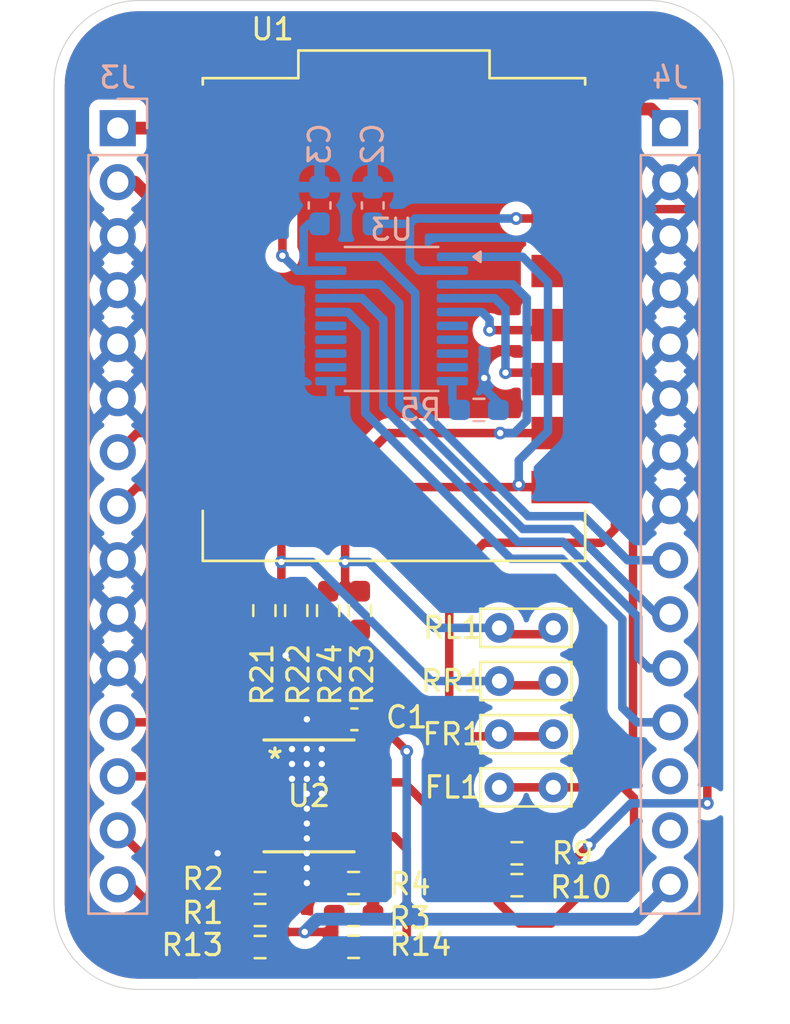
<source format=kicad_pcb>
(kicad_pcb (version 20241229) (generator "pcbnew") (generator_version "9.0")
  (layers (0 "F.Cu" signal) (2 "B.Cu" signal) (13 "F.Paste" user) (15 "B.Paste" user) (5 "F.SilkS" user "F.Silkscreen") (7 "B.SilkS" user "B.Silkscreen") (1 "F.Mask" user) (3 "B.Mask" user) (25 "Edge.Cuts" user))
  (net 0 "")
  (net 1 "+12V")
  (net 2 "GND")
  (net 3 "/WS_FL")
  (net 4 "/WS_FL_Signal")
  (net 5 "/WS_FR")
  (net 6 "/WS_FR_Signal")
  (net 7 "/WS_RL")
  (net 8 "+5V")
  (net 9 "/WS_RR")
  (net 10 "Net-(U2A--)")
  (net 11 "Net-(U2B--)")
  (net 12 "+3.3V")
  (net 13 "/WS_RR_Signal")
  (net 14 "/WS_RL_Signal")
  (net 16 "/RX")
  (net 17 "/TX")
  (net 21 "/SDA")
  (net 25 "/SCL")
  (net 26 "/WS_RL_Signal_5V")
  (net 27 "/WS_FL_Signal_5V")
  (net 28 "/WS_FR_Signal_5V")
  (net 29 "/WS_RR_Signal_5V")
  (net 30 "Net-(U3-OE)")
  (footprint "LM393:SO8_STM" (layer "F.Cu") (at 111 139.4)
    (property "Reference" "U2" (at 0 0 0) (layer "F.SilkS"))
    (property "Value" "LM393")
    (fp_text user "*" (at -1.6 -1.7 0) (layer "F.SilkS"))
    (fp_text user "*" (at -1.6 -1.7 0) (layer "F.SilkS"))
    (pad "1" smd rect (at -2.72415 -1.905) (size 1.4605 0.5334) (layers "F.Cu" "F.Mask" "F.Paste") (net 6 "/WS_FR_Signal"))
    (pad "2" smd rect (at -2.72415 -0.635) (size 1.4605 0.5334) (layers "F.Cu" "F.Mask" "F.Paste") (net 10 "Net-(U2A--)"))
    (pad "3" smd rect (at -2.72415 0.635) (size 1.4605 0.5334) (layers "F.Cu" "F.Mask" "F.Paste") (net 5 "/WS_FR"))
    (pad "4" smd rect (at -2.72415 1.905) (size 1.4605 0.5334) (layers "F.Cu" "F.Mask" "F.Paste") (net 2 "GND"))
    (pad "5" smd rect (at 2.72415 1.905) (size 1.4605 0.5334) (layers "F.Cu" "F.Mask" "F.Paste") (net 3 "/WS_FL"))
    (pad "6" smd rect (at 2.72415 0.635) (size 1.4605 0.5334) (layers "F.Cu" "F.Mask" "F.Paste") (net 11 "Net-(U2B--)"))
    (pad "7" smd rect (at 2.72415 -0.635) (size 1.4605 0.5334) (layers "F.Cu" "F.Mask" "F.Paste") (net 4 "/WS_FL_Signal"))
    (pad "8" smd rect (at 2.72415 -1.905) (size 1.4605 0.5334) (layers "F.Cu" "F.Mask" "F.Paste") (net 1 "+12V"))
  )
  (footprint "Resistor_SMD:R_0603_1608Metric_Pad0.98x0.95mm_HandSolder" (layer "F.Cu") (at 108.9 130.6875 -90)
    (property "Reference" "R21" (at 3.0125 0.1 270) (layer "F.SilkS"))
    (property "Value" "220K")
    (pad "1" smd roundrect (at -0.9125 0 270) (size 0.975 0.95) (layers "F.Cu" "F.Mask" "F.Paste") (net 13 "/WS_RR_Signal"))
    (pad "2" smd roundrect (at 0.9125 0 270) (size 0.975 0.95) (layers "F.Cu" "F.Mask" "F.Paste") (net 9 "/WS_RR"))
  )
  (footprint "TestPoint:TestPoint_Bridge_Pitch2.54mm_Drill0.7mm" (layer "F.Cu") (at 119.96 136.5)
    (property "Reference" "FR1" (at -2.21 0 0) (layer "F.SilkS"))
    (property "Value" "TestPoint")
    (pad "1" thru_hole circle (at 0 0) (size 1.4 1.4) (drill 0.7) (layers "*.Cu" "*.Mask") (net 6 "/WS_FR_Signal"))
    (pad "1" thru_hole circle (at 2.54 0) (size 1.4 1.4) (drill 0.7) (layers "*.Cu" "*.Mask") (net 6 "/WS_FR_Signal"))
  )
  (footprint "Resistor_SMD:R_0603_1608Metric_Pad0.98x0.95mm_HandSolder" (layer "F.Cu") (at 111.9 130.6875 90)
    (property "Reference" "R24" (at -3.0125 0.1 90) (layer "F.SilkS"))
    (property "Value" "680K")
    (pad "1" smd roundrect (at -0.9125 0 90) (size 0.975 0.95) (layers "F.Cu" "F.Mask" "F.Paste") (net 2 "GND"))
    (pad "2" smd roundrect (at 0.9125 0 90) (size 0.975 0.95) (layers "F.Cu" "F.Mask" "F.Paste") (net 14 "/WS_RL_Signal"))
  )
  (footprint "TestPoint:TestPoint_Bridge_Pitch2.54mm_Drill0.7mm" (layer "F.Cu") (at 119.96 131.5)
    (property "Reference" "RL1" (at -2.21 0 0) (layer "F.SilkS"))
    (property "Value" "TestPoint")
    (pad "1" thru_hole circle (at 0 0) (size 1.4 1.4) (drill 0.7) (layers "*.Cu" "*.Mask") (net 14 "/WS_RL_Signal"))
    (pad "1" thru_hole circle (at 2.54 0) (size 1.4 1.4) (drill 0.7) (layers "*.Cu" "*.Mask") (net 14 "/WS_RL_Signal"))
  )
  (footprint "Resistor_SMD:R_0603_1608Metric_Pad0.98x0.95mm_HandSolder" (layer "F.Cu") (at 113.1 143.5 180)
    (property "Reference" "R4" (at -2.65 -0.05 0) (layer "F.SilkS"))
    (property "Value" "20K")
    (pad "1" smd roundrect (at -0.9125 0 180) (size 0.975 0.95) (layers "F.Cu" "F.Mask" "F.Paste") (net 11 "Net-(U2B--)"))
    (pad "2" smd roundrect (at 0.9125 0 180) (size 0.975 0.95) (layers "F.Cu" "F.Mask" "F.Paste") (net 2 "GND"))
  )
  (footprint "Resistor_SMD:R_0603_1608Metric_Pad0.98x0.95mm_HandSolder" (layer "F.Cu") (at 120.7875 143.6 180)
    (property "Reference" "R10" (at -3.0125 -0.1 0) (layer "F.SilkS"))
    (property "Value" "1K")
    (pad "1" smd roundrect (at -0.9125 0 180) (size 0.975 0.95) (layers "F.Cu" "F.Mask" "F.Paste") (net 12 "+3.3V"))
    (pad "2" smd roundrect (at 0.9125 0 180) (size 0.975 0.95) (layers "F.Cu" "F.Mask" "F.Paste") (net 4 "/WS_FL_Signal"))
  )
  (footprint "Resistor_SMD:R_0603_1608Metric_Pad0.98x0.95mm_HandSolder" (layer "F.Cu") (at 108.6975 146.51 180)
    (property "Reference" "R13" (at 3.1875 0.1 0) (layer "F.SilkS"))
    (property "Value" "400")
    (pad "1" smd roundrect (at -0.9125 0 180) (size 0.975 0.95) (layers "F.Cu" "F.Mask" "F.Paste") (net 1 "+12V"))
    (pad "2" smd roundrect (at 0.9125 0 180) (size 0.975 0.95) (layers "F.Cu" "F.Mask" "F.Paste") (net 5 "/WS_FR"))
  )
  (footprint "Resistor_SMD:R_0603_1608Metric_Pad0.98x0.95mm_HandSolder" (layer "F.Cu") (at 108.6975 143.5)
    (property "Reference" "R2" (at -2.6875 -0.2 0) (layer "F.SilkS"))
    (property "Value" "22K")
    (pad "1" smd roundrect (at -0.9125 0) (size 0.975 0.95) (layers "F.Cu" "F.Mask" "F.Paste") (net 10 "Net-(U2A--)"))
    (pad "2" smd roundrect (at 0.9125 0) (size 0.975 0.95) (layers "F.Cu" "F.Mask" "F.Paste") (net 2 "GND"))
  )
  (footprint "Capacitor_SMD:C_0603_1608Metric_Pad1.08x0.95mm_HandSolder" (layer "F.Cu") (at 113.1375 135.8 180)
    (property "Reference" "C1" (at -2.4625 0.1 0) (layer "F.SilkS"))
    (property "Value" "C_Small")
    (pad "1" smd roundrect (at -0.8625 0 180) (size 1.075 0.95) (layers "F.Cu" "F.Mask" "F.Paste") (net 1 "+12V"))
    (pad "2" smd roundrect (at 0.8625 0 180) (size 1.075 0.95) (layers "F.Cu" "F.Mask" "F.Paste") (net 2 "GND"))
  )
  (footprint "Resistor_SMD:R_0603_1608Metric_Pad0.98x0.95mm_HandSolder" (layer "F.Cu") (at 108.7 145 180)
    (property "Reference" "R1" (at 2.7 0.1 0) (layer "F.SilkS"))
    (property "Value" "10K")
    (pad "1" smd roundrect (at -0.9125 0 180) (size 0.975 0.95) (layers "F.Cu" "F.Mask" "F.Paste") (net 1 "+12V"))
    (pad "2" smd roundrect (at 0.9125 0 180) (size 0.975 0.95) (layers "F.Cu" "F.Mask" "F.Paste") (net 10 "Net-(U2A--)"))
  )
  (footprint "TestPoint:TestPoint_Bridge_Pitch2.54mm_Drill0.7mm" (layer "F.Cu") (at 119.96 134)
    (property "Reference" "RR1" (at -2.21 0 0) (layer "F.SilkS"))
    (property "Value" "TestPoint")
    (pad "1" thru_hole circle (at 0 0) (size 1.4 1.4) (drill 0.7) (layers "*.Cu" "*.Mask") (net 13 "/WS_RR_Signal"))
    (pad "1" thru_hole circle (at 2.54 0) (size 1.4 1.4) (drill 0.7) (layers "*.Cu" "*.Mask") (net 13 "/WS_RR_Signal"))
  )
  (footprint "TestPoint:TestPoint_Bridge_Pitch2.54mm_Drill0.7mm" (layer "F.Cu") (at 119.96 139)
    (property "Reference" "FL1" (at -2.21 0 0) (layer "F.SilkS"))
    (property "Value" "TestPoint")
    (pad "1" thru_hole circle (at 0 0) (size 1.4 1.4) (drill 0.7) (layers "*.Cu" "*.Mask") (net 4 "/WS_FL_Signal"))
    (pad "1" thru_hole circle (at 2.54 0) (size 1.4 1.4) (drill 0.7) (layers "*.Cu" "*.Mask") (net 4 "/WS_FL_Signal"))
  )
  (footprint "Resistor_SMD:R_0603_1608Metric_Pad0.98x0.95mm_HandSolder" (layer "F.Cu") (at 120.7875 142.1 180)
    (property "Reference" "R9" (at -2.6125 0 0) (layer "F.SilkS"))
    (property "Value" "1K")
    (pad "1" smd roundrect (at -0.9125 0 180) (size 0.975 0.95) (layers "F.Cu" "F.Mask" "F.Paste") (net 12 "+3.3V"))
    (pad "2" smd roundrect (at 0.9125 0 180) (size 0.975 0.95) (layers "F.Cu" "F.Mask" "F.Paste") (net 6 "/WS_FR_Signal"))
  )
  (footprint "Resistor_SMD:R_0603_1608Metric_Pad0.98x0.95mm_HandSolder" (layer "F.Cu") (at 113.1 145)
    (property "Reference" "R3" (at 2.65 0.15 0) (layer "F.SilkS"))
    (property "Value" "10K")
    (pad "1" smd roundrect (at -0.9125 0) (size 0.975 0.95) (layers "F.Cu" "F.Mask" "F.Paste") (net 1 "+12V"))
    (pad "2" smd roundrect (at 0.9125 0) (size 0.975 0.95) (layers "F.Cu" "F.Mask" "F.Paste") (net 11 "Net-(U2B--)"))
  )
  (footprint "Resistor_SMD:R_0603_1608Metric_Pad0.98x0.95mm_HandSolder" (layer "F.Cu") (at 110.4 130.6875 90)
    (property "Reference" "R22" (at -3.0125 0.1 90) (layer "F.SilkS"))
    (property "Value" "680K")
    (pad "1" smd roundrect (at -0.9125 0 90) (size 0.975 0.95) (layers "F.Cu" "F.Mask" "F.Paste") (net 2 "GND"))
    (pad "2" smd roundrect (at 0.9125 0 90) (size 0.975 0.95) (layers "F.Cu" "F.Mask" "F.Paste") (net 13 "/WS_RR_Signal"))
  )
  (footprint "ESP32 SUpermini SMD:MODULE_ESP32-C3_SUPERMINI" (layer "F.Cu") (at 115 117)
    (property "Reference" "U1" (at -5.715 -13.6525 0) (layer "F.SilkS"))
    (property "Value" "ESP32-C3_SUPERMINI_TH")
    (pad "0" smd rect (at 7.985 7.88) (size 3.025 1.524) (layers "F.Cu" "F.Mask" "F.Paste") (net 14 "/WS_RL_Signal"))
    (pad "1" smd rect (at 7.985 5.34) (size 3.025 1.524) (layers "F.Cu" "F.Mask" "F.Paste") (net 13 "/WS_RR_Signal"))
    (pad "2" smd rect (at 7.985 2.8) (size 3.025 1.524) (layers "F.Cu" "F.Mask" "F.Paste") (net 6 "/WS_FR_Signal"))
    (pad "3" smd rect (at 7.985 0.26) (size 3.025 1.524) (layers "F.Cu" "F.Mask" "F.Paste") (net 4 "/WS_FL_Signal"))
    (pad "3.3" smd rect (at 7.985 -4.82) (size 3.025 1.524) (layers "F.Cu" "F.Mask" "F.Paste") (net 12 "+3.3V"))
    (pad "4" smd rect (at 7.985 -2.28) (size 3.025 1.524) (layers "F.Cu" "F.Mask" "F.Paste"))
    (pad "5" smd rect (at -7.985 -9.9) (size 3.025 1.524) (layers "F.Cu" "F.Mask" "F.Paste"))
    (pad "5V" smd rect (at 7.985 -9.9) (size 3.025 1.524) (layers "F.Cu" "F.Mask" "F.Paste") (net 8 "+5V"))
    (pad "6" smd rect (at -7.985 -7.36) (size 3.025 1.524) (layers "F.Cu" "F.Mask" "F.Paste"))
    (pad "7" smd rect (at -7.985 -4.82) (size 3.025 1.524) (layers "F.Cu" "F.Mask" "F.Paste"))
    (pad "8" smd rect (at -7.985 -2.28) (size 3.025 1.524) (layers "F.Cu" "F.Mask" "F.Paste") (net 21 "/SDA"))
    (pad "9" smd rect (at -7.985 0.26) (size 3.025 1.524) (layers "F.Cu" "F.Mask" "F.Paste") (net 25 "/SCL"))
    (pad "10" smd rect (at -7.985 2.8) (size 3.025 1.524) (layers "F.Cu" "F.Mask" "F.Paste"))
    (pad "20" smd rect (at -7.985 5.34) (size 3.025 1.524) (layers "F.Cu" "F.Mask" "F.Paste") (net 16 "/RX"))
    (pad "21" smd rect (at -7.985 7.88) (size 3.025 1.524) (layers "F.Cu" "F.Mask" "F.Paste") (net 17 "/TX"))
    (pad "G" smd rect (at 7.985 -7.36) (size 3.025 1.524) (layers "F.Cu" "F.Mask" "F.Paste") (net 2 "GND"))
  )
  (footprint "Resistor_SMD:R_0603_1608Metric_Pad0.98x0.95mm_HandSolder" (layer "F.Cu") (at 113.4 130.6875 -90)
    (property "Reference" "R23" (at 3.0125 -0.1 90) (layer "F.SilkS"))
    (property "Value" "220K")
    (pad "1" smd roundrect (at -0.9125 0 270) (size 0.975 0.95) (layers "F.Cu" "F.Mask" "F.Paste") (net 14 "/WS_RL_Signal"))
    (pad "2" smd roundrect (at 0.9125 0 270) (size 0.975 0.95) (layers "F.Cu" "F.Mask" "F.Paste") (net 7 "/WS_RL"))
  )
  (footprint "Resistor_SMD:R_0603_1608Metric_Pad0.98x0.95mm_HandSolder" (layer "F.Cu") (at 113.1 146.5)
    (property "Reference" "R14" (at 3.15 -0.1 0) (layer "F.SilkS"))
    (property "Value" "400")
    (pad "1" smd roundrect (at -0.9125 0) (size 0.975 0.95) (layers "F.Cu" "F.Mask" "F.Paste") (net 1 "+12V"))
    (pad "2" smd roundrect (at 0.9125 0) (size 0.975 0.95) (layers "F.Cu" "F.Mask" "F.Paste") (net 3 "/WS_FL"))
  )
  (footprint "Capacitor_SMD:C_0603_1608Metric_Pad1.08x0.95mm_HandSolder" (layer "B.Cu") (at 111.5 111.6375 -90)
    (property "Reference" "C3" (at -2.8875 0 90) (layer "B.SilkS") (effects (justify mirror)))
    (property "Value" "0.1uF")
    (pad "1" smd roundrect (at -0.8625 0 270) (size 1.075 0.95) (layers "B.Cu" "B.Mask" "B.Paste") (net 2 "GND"))
    (pad "2" smd roundrect (at 0.8625 0 270) (size 1.075 0.95) (layers "B.Cu" "B.Mask" "B.Paste") (net 8 "+5V"))
  )
  (footprint "Connector_PinHeader_2.54mm:PinHeader_1x15_P2.54mm_Vertical" (layer "B.Cu") (at 128 108 180)
    (property "Reference" "J4" (at 0 2.38 0) (layer "B.SilkS") (effects (justify mirror)))
    (property "Value" "Conn_01x15_Pin")
    (pad "1" thru_hole rect (at 0 0 180) (size 1.7 1.7) (drill 1) (layers "*.Cu" "*.Mask") (net 8 "+5V"))
    (pad "2" thru_hole circle (at 0 -2.54 180) (size 1.7 1.7) (drill 1) (layers "*.Cu" "*.Mask") (net 2 "GND"))
    (pad "3" thru_hole circle (at 0 -5.08 180) (size 1.7 1.7) (drill 1) (layers "*.Cu" "*.Mask") (net 2 "GND"))
    (pad "4" thru_hole circle (at 0 -7.62 180) (size 1.7 1.7) (drill 1) (layers "*.Cu" "*.Mask") (net 2 "GND"))
    (pad "5" thru_hole circle (at 0 -10.16 180) (size 1.7 1.7) (drill 1) (layers "*.Cu" "*.Mask") (net 2 "GND"))
    (pad "6" thru_hole circle (at 0 -12.7 180) (size 1.7 1.7) (drill 1) (layers "*.Cu" "*.Mask") (net 2 "GND"))
    (pad "7" thru_hole circle (at 0 -15.24 180) (size 1.7 1.7) (drill 1) (layers "*.Cu" "*.Mask") (net 2 "GND"))
    (pad "8" thru_hole circle (at 0 -17.78 180) (size 1.7 1.7) (drill 1) (layers "*.Cu" "*.Mask") (net 2 "GND"))
    (pad "9" thru_hole circle (at 0 -20.32 180) (size 1.7 1.7) (drill 1) (layers "*.Cu" "*.Mask") (net 26 "/WS_RL_Signal_5V"))
    (pad "10" thru_hole circle (at 0 -22.86 180) (size 1.7 1.7) (drill 1) (layers "*.Cu" "*.Mask") (net 29 "/WS_RR_Signal_5V"))
    (pad "11" thru_hole circle (at 0 -25.4 180) (size 1.7 1.7) (drill 1) (layers "*.Cu" "*.Mask") (net 28 "/WS_FR_Signal_5V"))
    (pad "12" thru_hole circle (at 0 -27.94 180) (size 1.7 1.7) (drill 1) (layers "*.Cu" "*.Mask") (net 27 "/WS_FL_Signal_5V"))
    (pad "13" thru_hole circle (at 0 -30.48 180) (size 1.7 1.7) (drill 1) (layers "*.Cu" "*.Mask"))
    (pad "14" thru_hole circle (at 0 -33.02 180) (size 1.7 1.7) (drill 1) (layers "*.Cu" "*.Mask"))
    (pad "15" thru_hole circle (at 0 -35.56 180) (size 1.7 1.7) (drill 1) (layers "*.Cu" "*.Mask") (net 1 "+12V"))
  )
  (footprint "Resistor_SMD:R_0603_1608Metric_Pad0.98x0.95mm_HandSolder" (layer "B.Cu") (at 119 121.25 180)
    (property "Reference" "R5" (at 2.75 0 0) (layer "B.SilkS") (effects (justify mirror)))
    (property "Value" "10K")
    (pad "1" smd roundrect (at -0.9125 0 180) (size 0.975 0.95) (layers "B.Cu" "B.Mask" "B.Paste") (net 2 "GND"))
    (pad "2" smd roundrect (at 0.9125 0 180) (size 0.975 0.95) (layers "B.Cu" "B.Mask" "B.Paste") (net 30 "Net-(U3-OE)"))
  )
  (footprint "Connector_PinHeader_2.54mm:PinHeader_1x15_P2.54mm_Vertical" (layer "B.Cu") (at 102 108 180)
    (property "Reference" "J3" (at 0 2.38 0) (layer "B.SilkS") (effects (justify mirror)))
    (property "Value" "Conn_01x15_Pin")
    (pad "1" thru_hole rect (at 0 0 180) (size 1.7 1.7) (drill 1) (layers "*.Cu" "*.Mask") (net 21 "/SDA"))
    (pad "2" thru_hole circle (at 0 -2.54 180) (size 1.7 1.7) (drill 1) (layers "*.Cu" "*.Mask") (net 25 "/SCL"))
    (pad "3" thru_hole circle (at 0 -5.08 180) (size 1.7 1.7) (drill 1) (layers "*.Cu" "*.Mask") (net 2 "GND"))
    (pad "4" thru_hole circle (at 0 -7.62 180) (size 1.7 1.7) (drill 1) (layers "*.Cu" "*.Mask") (net 2 "GND"))
    (pad "5" thru_hole circle (at 0 -10.16 180) (size 1.7 1.7) (drill 1) (layers "*.Cu" "*.Mask") (net 2 "GND"))
    (pad "6" thru_hole circle (at 0 -12.7 180) (size 1.7 1.7) (drill 1) (layers "*.Cu" "*.Mask") (net 2 "GND"))
    (pad "7" thru_hole circle (at 0 -15.24 180) (size 1.7 1.7) (drill 1) (layers "*.Cu" "*.Mask") (net 16 "/RX"))
    (pad "8" thru_hole circle (at 0 -17.78 180) (size 1.7 1.7) (drill 1) (layers "*.Cu" "*.Mask") (net 17 "/TX"))
    (pad "9" thru_hole circle (at 0 -20.32 180) (size 1.7 1.7) (drill 1) (layers "*.Cu" "*.Mask") (net 2 "GND"))
    (pad "10" thru_hole circle (at 0 -22.86 180) (size 1.7 1.7) (drill 1) (layers "*.Cu" "*.Mask") (net 2 "GND"))
    (pad "11" thru_hole circle (at 0 -25.4 180) (size 1.7 1.7) (drill 1) (layers "*.Cu" "*.Mask") (net 2 "GND"))
    (pad "12" thru_hole circle (at 0 -27.94 180) (size 1.7 1.7) (drill 1) (layers "*.Cu" "*.Mask") (net 9 "/WS_RR"))
    (pad "13" thru_hole circle (at 0 -30.48 180) (size 1.7 1.7) (drill 1) (layers "*.Cu" "*.Mask") (net 7 "/WS_RL"))
    (pad "14" thru_hole circle (at 0 -33.02 180) (size 1.7 1.7) (drill 1) (layers "*.Cu" "*.Mask") (net 5 "/WS_FR"))
    (pad "15" thru_hole circle (at 0 -35.56 180) (size 1.7 1.7) (drill 1) (layers "*.Cu" "*.Mask") (net 3 "/WS_FL"))
  )
  (footprint "Package_SO:TSSOP-20_4.4x6.5mm_P0.65mm" (layer "B.Cu") (at 114.8875 116.975 180)
    (property "Reference" "U3" (at 0 4.2 0) (layer "B.SilkS") (effects (justify mirror)))
    (property "Value" "TXS0108EPW")
    (pad "1" smd roundrect (at -2.8625 2.925 180) (size 1.475 0.4) (layers "B.Cu" "B.Mask" "B.Paste") (net 14 "/WS_RL_Signal"))
    (pad "2" smd roundrect (at -2.8625 2.275 180) (size 1.475 0.4) (layers "B.Cu" "B.Mask" "B.Paste") (net 12 "+3.3V"))
    (pad "3" smd roundrect (at -2.8625 1.625 180) (size 1.475 0.4) (layers "B.Cu" "B.Mask" "B.Paste") (net 13 "/WS_RR_Signal"))
    (pad "4" smd roundrect (at -2.8625 0.975 180) (size 1.475 0.4) (layers "B.Cu" "B.Mask" "B.Paste") (net 6 "/WS_FR_Signal"))
    (pad "5" smd roundrect (at -2.8625 0.325 180) (size 1.475 0.4) (layers "B.Cu" "B.Mask" "B.Paste") (net 4 "/WS_FL_Signal"))
    (pad "6" smd roundrect (at -2.8625 -0.325 180) (size 1.475 0.4) (layers "B.Cu" "B.Mask" "B.Paste"))
    (pad "7" smd roundrect (at -2.8625 -0.975 180) (size 1.475 0.4) (layers "B.Cu" "B.Mask" "B.Paste"))
    (pad "8" smd roundrect (at -2.8625 -1.625 180) (size 1.475 0.4) (layers "B.Cu" "B.Mask" "B.Paste"))
    (pad "9" smd roundrect (at -2.8625 -2.275 180) (size 1.475 0.4) (layers "B.Cu" "B.Mask" "B.Paste"))
    (pad "10" smd roundrect (at -2.8625 -2.925 180) (size 1.475 0.4) (layers "B.Cu" "B.Mask" "B.Paste") (net 30 "Net-(U3-OE)"))
    (pad "11" smd roundrect (at 2.8625 -2.925 180) (size 1.475 0.4) (layers "B.Cu" "B.Mask" "B.Paste") (net 2 "GND"))
    (pad "12" smd roundrect (at 2.8625 -2.275 180) (size 1.475 0.4) (layers "B.Cu" "B.Mask" "B.Paste"))
    (pad "13" smd roundrect (at 2.8625 -1.625 180) (size 1.475 0.4) (layers "B.Cu" "B.Mask" "B.Paste"))
    (pad "14" smd roundrect (at 2.8625 -0.975 180) (size 1.475 0.4) (layers "B.Cu" "B.Mask" "B.Paste"))
    (pad "15" smd roundrect (at 2.8625 -0.325 180) (size 1.475 0.4) (layers "B.Cu" "B.Mask" "B.Paste"))
    (pad "16" smd roundrect (at 2.8625 0.325 180) (size 1.475 0.4) (layers "B.Cu" "B.Mask" "B.Paste") (net 27 "/WS_FL_Signal_5V"))
    (pad "17" smd roundrect (at 2.8625 0.975 180) (size 1.475 0.4) (layers "B.Cu" "B.Mask" "B.Paste") (net 28 "/WS_FR_Signal_5V"))
    (pad "18" smd roundrect (at 2.8625 1.625 180) (size 1.475 0.4) (layers "B.Cu" "B.Mask" "B.Paste") (net 29 "/WS_RR_Signal_5V"))
    (pad "19" smd roundrect (at 2.8625 2.275 180) (size 1.475 0.4) (layers "B.Cu" "B.Mask" "B.Paste") (net 8 "+5V"))
    (pad "20" smd roundrect (at 2.8625 2.925 180) (size 1.475 0.4) (layers "B.Cu" "B.Mask" "B.Paste") (net 26 "/WS_RL_Signal_5V"))
  )
  (footprint "Capacitor_SMD:C_0603_1608Metric_Pad1.08x0.95mm_HandSolder" (layer "B.Cu") (at 114 111.6375 -90)
    (property "Reference" "C2" (at -2.8875 0 90) (layer "B.SilkS") (effects (justify mirror)))
    (property "Value" "0.1uF")
    (pad "1" smd roundrect (at -0.8625 0 270) (size 1.075 0.95) (layers "B.Cu" "B.Mask" "B.Paste") (net 2 "GND"))
    (pad "2" smd roundrect (at 0.8625 0 270) (size 1.075 0.95) (layers "B.Cu" "B.Mask" "B.Paste") (net 12 "+3.3V"))
  )
  (gr_line (start 99 106) (end 99 144.5) (stroke (width 0.05)) (layer "Edge.Cuts"))
  (gr_line (start 131 144.5) (end 131 106) (stroke (width 0.05)) (layer "Edge.Cuts"))
  (gr_arc (start 127 102) (mid 129.828427 103.171573) (end 131 106) (stroke (width 0.05)) (layer "Edge.Cuts"))
  (gr_arc (start 131 144.5) (mid 129.828427 147.328427) (end 127 148.5) (stroke (width 0.05)) (layer "Edge.Cuts"))
  (gr_line (start 127 102) (end 103 102) (stroke (width 0.05)) (layer "Edge.Cuts"))
  (gr_line (start 103 148.5) (end 127 148.5) (stroke (width 0.05)) (layer "Edge.Cuts"))
  (gr_arc (start 99 106) (mid 100.171573 103.171573) (end 103 102) (stroke (width 0.05)) (layer "Edge.Cuts"))
  (gr_arc (start 103 148.5) (mid 100.171573 147.328427) (end 99 144.5) (stroke (width 0.05)) (layer "Edge.Cuts"))
  (segment (start 111.7 145.8) (end 110.8 145.8) (width 0.4) (layer "F.Cu") (net 1))
  (segment (start 111.8 145.8) (end 111.7 145.8) (width 0.4) (layer "F.Cu") (net 1))
  (segment (start 114 135.8) (end 114 136.7) (width 0.4) (layer "F.Cu") (net 1))
  (segment (start 112.1875 145.8) (end 111.8 145.8) (width 0.4) (layer "F.Cu") (net 1))
  (segment (start 112.1875 146.5) (end 112.1875 146.2875) (width 0.4) (layer "F.Cu") (net 1))
  (segment (start 112.1875 145.8) (end 112.1875 146.5) (width 0.4) (layer "F.Cu") (net 1))
  (segment (start 109.6125 146.0875) (end 109.6 146.1) (width 0.4) (layer "F.Cu") (net 1))
  (segment (start 112.1875 146.2875) (end 111.7 145.8) (width 0.4) (layer "F.Cu") (net 1))
  (segment (start 114 137.21915) (end 113.72415 137.495) (width 0.4) (layer "F.Cu") (net 1))
  (segment (start 112.1875 145) (end 112.1875 145.8) (width 0.4) (layer "F.Cu") (net 1))
  (segment (start 109.6125 145.4125) (end 110 145.8) (width 0.4) (layer "F.Cu") (net 1))
  (segment (start 109.6125 146.5075) (end 109.61 146.51) (width 0.4) (layer "F.Cu") (net 1))
  (segment (start 113.72415 137.495) (end 114.4 136.81915) (width 0.4) (layer "F.Cu") (net 1))
  (segment (start 112.1875 145.4125) (end 111.8 145.8) (width 0.4) (layer "F.Cu") (net 1))
  (segment (start 109.6125 145.8) (end 109.6125 146.5075) (width 0.4) (layer "F.Cu") (net 1))
  (segment (start 112.1875 145) (end 112.1875 145.4125) (width 0.4) (layer "F.Cu") (net 1))
  (segment (start 115 136.7) (end 115.6 137.3) (width 0.4) (layer "F.Cu") (net 1))
  (segment (start 114 136.7) (end 114.4 136.7) (width 0.4) (layer "F.Cu") (net 1))
  (segment (start 114 136.3) (end 114.4 136.7) (width 0.4) (layer "F.Cu") (net 1))
  (segment (start 114.4 136.81915) (end 114.4 136.7) (width 0.4) (layer "F.Cu") (net 1))
  (segment (start 114.4 136.7) (end 115 136.7) (width 0.4) (layer "F.Cu") (net 1))
  (segment (start 109.61 146.51) (end 109.61 146.19) (width 0.4) (layer "F.Cu") (net 1))
  (segment (start 109.6125 145) (end 109.6125 145.4125) (width 0.4) (layer "F.Cu") (net 1))
  (segment (start 109.61 146.19) (end 110 145.8) (width 0.4) (layer "F.Cu") (net 1))
  (segment (start 110.8 145.8) (end 110 145.8) (width 0.4) (layer "F.Cu") (net 1))
  (segment (start 114 136.7) (end 114 137.21915) (width 0.4) (layer "F.Cu") (net 1))
  (segment (start 114 135.8) (end 114 136.3) (width 0.4) (layer "F.Cu") (net 1))
  (segment (start 109.6125 145) (end 109.6125 145.8) (width 0.4) (layer "F.Cu") (net 1))
  (segment (start 110 145.8) (end 109.6125 145.8) (width 0.4) (layer "F.Cu") (net 1))
  (via (at 115.6 137.3) (size 0.6) (drill 0.3) (layers "F.Cu" "B.Cu") (net 1))
  (via (at 110.8 145.8) (size 0.6) (drill 0.3) (layers "F.Cu" "B.Cu") (net 1))
  (segment (start 116.1 145.2) (end 115.4 145.2) (width 0.6) (layer "B.Cu") (net 1))
  (segment (start 115.4 145.2) (end 114.6 145.2) (width 0.6) (layer "B.Cu") (net 1))
  (segment (start 114.6 145.2) (end 111.4 145.2) (width 0.6) (layer "B.Cu") (net 1))
  (segment (start 116.1 145.2) (end 116.1 145.1) (width 0.6) (layer "B.Cu") (net 1))
  (segment (start 115 145.2) (end 115.6 144.6) (width 0.6) (layer "B.Cu") (net 1))
  (segment (start 126.36 145.2) (end 116.1 145.2) (width 0.6) (layer "B.Cu") (net 1))
  (segment (start 128 143.56) (end 126.36 145.2) (width 0.6) (layer "B.Cu") (net 1))
  (segment (start 115.6 137.3) (end 115.6 144.6) (width 0.4) (layer "B.Cu") (net 1))
  (segment (start 115.6 144.6) (end 115.6 145) (width 0.4) (layer "B.Cu") (net 1))
  (segment (start 116.1 145.1) (end 115.6 144.6) (width 0.6) (layer "B.Cu") (net 1))
  (segment (start 115.6 145) (end 115.4 145.2) (width 0.4) (layer "B.Cu") (net 1))
  (segment (start 114.6 145.2) (end 115 145.2) (width 0.6) (layer "B.Cu") (net 1))
  (segment (start 111.4 145.2) (end 110.8 145.8) (width 0.6) (layer "B.Cu") (net 1))
  (segment (start 109.61 143.5) (end 110.9 143.5) (width 0.4) (layer "F.Cu") (net 2))
  (segment (start 110.4 132.3) (end 109.9 132.8) (width 0.4) (layer "F.Cu") (net 2))
  (segment (start 106.9 142.1) (end 107.695 141.305) (width 0.4) (layer "F.Cu") (net 2))
  (segment (start 106.7 142.1) (end 106.9 142.1) (width 0.4) (layer "F.Cu") (net 2))
  (segment (start 110.4 131.6) (end 110.4 132.3) (width 0.4) (layer "F.Cu") (net 2))
  (segment (start 110.4 131.6) (end 111.9 131.6) (width 0.4) (layer "F.Cu") (net 2))
  (segment (start 112.275 135.8) (end 110.9 135.8) (width 0.4) (layer "F.Cu") (net 2))
  (segment (start 112.1875 143.5) (end 110.9 143.5) (width 0.4) (layer "F.Cu") (net 2))
  (segment (start 107.695 141.305) (end 108.27585 141.305) (width 0.4) (layer "F.Cu") (net 2))
  (via (at 119.25 119.75) (size 0.6) (drill 0.3) (layers "F.Cu" "B.Cu") (net 2))
  (via (at 110.9 140.7) (size 0.6) (drill 0.3) (layers "F.Cu" "B.Cu") (net 2))
  (via (at 110.9 137.9) (size 0.6) (drill 0.3) (layers "F.Cu" "B.Cu") (net 2))
  (via (at 110.9 141.4) (size 0.6) (drill 0.3) (layers "F.Cu" "B.Cu") (net 2))
  (via (at 110.2 138.6) (size 0.6) (drill 0.3) (layers "F.Cu" "B.Cu") (net 2))
  (via (at 110.9 142.1) (size 0.6) (drill 0.3) (layers "F.Cu" "B.Cu") (net 2))
  (via (at 110.9 138.6) (size 0.6) (drill 0.3) (layers "F.Cu" "B.Cu") (net 2))
  (via (at 110.9 135.8) (size 0.6) (drill 0.3) (layers "F.Cu" "B.Cu") (net 2))
  (via (at 110.9 139.3) (size 0.6) (drill 0.3) (layers "F.Cu" "B.Cu") (net 2))
  (via (at 111.6 139.3) (size 0.6) (drill 0.3) (layers "F.Cu" "B.Cu") (net 2))
  (via (at 111.6 138.6) (size 0.6) (drill 0.3) (layers "F.Cu" "B.Cu") (net 2))
  (via (at 110.2 137.9) (size 0.6) (drill 0.3) (layers "F.Cu" "B.Cu") (net 2))
  (via (at 110.9 140) (size 0.6) (drill 0.3) (layers "F.Cu" "B.Cu") (net 2))
  (via (at 111.6 137.9) (size 0.6) (drill 0.3) (layers "F.Cu" "B.Cu") (net 2))
  (via (at 110.9 142.8) (size 0.6) (drill 0.3) (layers "F.Cu" "B.Cu") (net 2))
  (via (at 111.6 137.2) (size 0.6) (drill 0.3) (layers "F.Cu" "B.Cu") (net 2))
  (via (at 110.9 143.5) (size 0.6) (drill 0.3) (layers "F.Cu" "B.Cu") (net 2))
  (via (at 106.7 142.1) (size 0.6) (drill 0.3) (layers "F.Cu" "B.Cu") (net 2))
  (via (at 109.9 132.8) (size 0.6) (drill 0.3) (layers "F.Cu" "B.Cu") (net 2))
  (via (at 110.9 137.2) (size 0.6) (drill 0.3) (layers "F.Cu" "B.Cu") (net 2))
  (via (at 110.2 137.2) (size 0.6) (drill 0.3) (layers "F.Cu" "B.Cu") (net 2))
  (segment (start 119.9125 120.9125) (end 119.9125 121.25) (width 0.4) (layer "B.Cu") (net 2))
  (segment (start 119.25 120.25) (end 119.9125 120.9125) (width 0.4) (layer "B.Cu") (net 2))
  (segment (start 119.25 119.75) (end 119.25 120.25) (width 0.4) (layer "B.Cu") (net 2))
  (segment (start 102 143.56) (end 102.56 143.56) (width 0.4) (layer "F.Cu") (net 3))
  (segment (start 114.1 147.75) (end 114.45 147.75) (width 0.4) (layer "F.Cu") (net 3))
  (segment (start 114.75 147.75) (end 115.6 146.9) (width 0.4) (layer "F.Cu") (net 3))
  (segment (start 102.56 143.56) (end 106.75 147.75) (width 0.4) (layer "F.Cu") (net 3))
  (segment (start 114.0125 147.6625) (end 114.1 147.75) (width 0.4) (layer "F.Cu") (net 3))
  (segment (start 114.3625 147.75) (end 114.0125 147.4) (width 0.4) (layer "F.Cu") (net 3))
  (segment (start 114.45 147.75) (end 114.3625 147.75) (width 0.4) (layer "F.Cu") (net 3))
  (segment (start 115.6 141.9) (end 115.005 141.305) (width 0.4) (layer "F.Cu") (net 3))
  (segment (start 115.6 146.9) (end 115.6 141.9) (width 0.4) (layer "F.Cu") (net 3))
  (segment (start 115.005 141.305) (end 113.72415 141.305) (width 0.4) (layer "F.Cu") (net 3))
  (segment (start 114.0125 146.5) (end 114.0125 147.4) (width 0.4) (layer "F.Cu") (net 3))
  (segment (start 106.75 147.75) (end 113.3 147.75) (width 0.4) (layer "F.Cu") (net 3))
  (segment (start 114.45 147.75) (end 114.75 147.75) (width 0.4) (layer "F.Cu") (net 3))
  (segment (start 114.0125 147.4) (end 114.0125 147.6625) (width 0.4) (layer "F.Cu") (net 3))
  (segment (start 113.3 147.75) (end 113.6625 147.75) (width 0.4) (layer "F.Cu") (net 3))
  (segment (start 113.3 147.75) (end 114.1 147.75) (width 0.4) (layer "F.Cu") (net 3))
  (segment (start 113.6625 147.75) (end 114.0125 147.4) (width 0.4) (layer "F.Cu") (net 3))
  (segment (start 119.875 143.6) (end 119.875 144.375) (width 0.4) (layer "F.Cu") (net 4))
  (segment (start 122.745 117.5) (end 122.985 117.26) (width 0.4) (layer "F.Cu") (net 4))
  (segment (start 119.5 117.5) (end 122.745 117.5) (width 0.4) (layer "F.Cu") (net 4))
  (segment (start 116.5 142.3) (end 116.5 139.8) (width 0.4) (layer "F.Cu") (net 4))
  (segment (start 126.25 138.75) (end 126.25 118.95) (width 0.4) (layer "F.Cu") (net 4))
  (segment (start 119.76 139) (end 125.5 139) (width 0.4) (layer "F.Cu") (net 4))
  (segment (start 115.465 138.765) (end 113.72415 138.765) (width 0.4) (layer "F.Cu") (net 4))
  (segment (start 122.4 145.4) (end 126.3 141.5) (width 0.4) (layer "F.Cu") (net 4))
  (segment (start 125.8 139) (end 125.9 139.1) (width 0.4) (layer "F.Cu") (net 4))
  (segment (start 117.8 143.6) (end 116.5 142.3) (width 0.4) (layer "F.Cu") (net 4))
  (segment (start 125.9 139.1) (end 126.25 138.75) (width 0.4) (layer "F.Cu") (net 4))
  (segment (start 126.25 118.95) (end 124.56 117.26) (width 0.4) (layer "F.Cu") (net 4))
  (segment (start 124.56 117.26) (end 122.985 117.26) (width 0.4) (layer "F.Cu") (net 4))
  (segment (start 119.875 144.375) (end 120.9 145.4) (width 0.4) (layer "F.Cu") (net 4))
  (segment (start 116.5 139.8) (end 115.465 138.765) (width 0.4) (layer "F.Cu") (net 4))
  (segment (start 125.9 139.1) (end 126.3 139.5) (width 0.4) (layer "F.Cu") (net 4))
  (segment (start 117.8 143.6) (end 119.875 143.6) (width 0.4) (layer "F.Cu") (net 4))
  (segment (start 120.9 145.4) (end 122.4 145.4) (width 0.4) (layer "F.Cu") (net 4))
  (segment (start 125.5 139) (end 125.8 139) (width 0.4) (layer "F.Cu") (net 4))
  (segment (start 126.3 141.5) (end 126.3 139.5) (width 0.4) (layer "F.Cu") (net 4))
  (via (at 119.5 117.5) (size 0.6) (drill 0.3) (layers "F.Cu" "B.Cu") (net 4))
  (segment (start 119.5 117.5) (end 119.5 117) (width 0.4) (layer "B.Cu") (net 4))
  (segment (start 119.5 117) (end 119.15 116.65) (width 0.4) (layer "B.Cu") (net 4))
  (segment (start 119.15 116.65) (end 117.75 116.65) (width 0.4) (layer "B.Cu") (net 4))
  (segment (start 105.8 145) (end 107.31 146.51) (width 0.4) (layer "F.Cu") (net 5))
  (segment (start 108.27585 140.035) (end 107.265 140.035) (width 0.4) (layer "F.Cu") (net 5))
  (segment (start 105.8 142.9) (end 105.8 145) (width 0.4) (layer "F.Cu") (net 5))
  (segment (start 107.31 146.51) (end 107.785 146.51) (width 0.4) (layer "F.Cu") (net 5))
  (segment (start 105.8 142) (end 105.8 142.5) (width 0.4) (layer "F.Cu") (net 5))
  (segment (start 105.8 142.5) (end 105.8 142.9) (width 0.4) (layer "F.Cu") (net 5))
  (segment (start 103.48 142.5) (end 105.4 142.5) (width 0.4) (layer "F.Cu") (net 5))
  (segment (start 105.8 142) (end 105.8 142.1) (width 0.4) (layer "F.Cu") (net 5))
  (segment (start 102 141.02) (end 103.48 142.5) (width 0.4) (layer "F.Cu") (net 5))
  (segment (start 107.265 140.035) (end 105.8 141.5) (width 0.4) (layer "F.Cu") (net 5))
  (segment (start 105.8 142.1) (end 105.4 142.5) (width 0.4) (layer "F.Cu") (net 5))
  (segment (start 105.8 141.5) (end 105.8 142) (width 0.4) (layer "F.Cu") (net 5))
  (segment (start 105.8 142.9) (end 105.4 142.5) (width 0.4) (layer "F.Cu") (net 5))
  (segment (start 105.4 142.5) (end 105.8 142.5) (width 0.4) (layer "F.Cu") (net 5))
  (segment (start 125.399 126.851) (end 125.399 121.499) (width 0.4) (layer "F.Cu") (net 6))
  (segment (start 125.399 121.499) (end 123.7 119.8) (width 0.4) (layer "F.Cu") (net 6))
  (segment (start 118 136.6) (end 117.6 137) (width 0.4) (layer "F.Cu") (net 6))
  (segment (start 124.75 127.5) (end 125.399 126.851) (width 0.4) (layer "F.Cu") (net 6))
  (segment (start 117.6 137) (end 117.6 139.825) (width 0.4) (layer "F.Cu") (net 6))
  (segment (start 123.7 119.8) (end 122.985 119.8) (width 0.4) (layer "F.Cu") (net 6))
  (segment (start 117.6 136.6) (end 117.6 129.15) (width 0.4) (layer "F.Cu") (net 6))
  (segment (start 117.1 136.6) (end 117.6 136.6) (width 0.4) (layer "F.Cu") (net 6))
  (segment (start 110.40415 134.7) (end 115.2 134.7) (width 0.4) (layer "F.Cu") (net 6))
  (segment (start 108.27585 137.495) (end 108.27585 136.8283) (width 0.4) (layer "F.Cu") (net 6))
  (segment (start 117.6 139.825) (end 119.875 142.1) (width 0.4) (layer "F.Cu") (net 6))
  (segment (start 119.25 127.5) (end 124.75 127.5) (width 0.4) (layer "F.Cu") (net 6))
  (segment (start 115.2 134.7) (end 117.1 136.6) (width 0.4) (layer "F.Cu") (net 6))
  (segment (start 122.685 119.5) (end 122.985 119.8) (width 0.4) (layer "F.Cu") (net 6))
  (segment (start 117.6 136.6) (end 118.2 136.6) (width 0.4) (layer "F.Cu") (net 6))
  (segment (start 108.27585 136.8283) (end 110.40415 134.7) (width 0.4) (layer "F.Cu") (net 6))
  (segment (start 117.6 136.6) (end 117.6 137) (width 0.4) (layer "F.Cu") (net 6))
  (segment (start 117.1 136.6) (end 117.5 137) (width 0.4) (layer "F.Cu") (net 6))
  (segment (start 117.6 129.15) (end 119.25 127.5) (width 0.4) (layer "F.Cu") (net 6))
  (segment (start 118.2 136.6) (end 122.8 136.6) (width 0.4) (layer "F.Cu") (net 6))
  (segment (start 117.5 137) (end 117.6 137) (width 0.4) (layer "F.Cu") (net 6))
  (segment (start 120.25 119.5) (end 122.685 119.5) (width 0.4) (layer "F.Cu") (net 6))
  (segment (start 118.2 136.6) (end 118 136.6) (width 0.4) (layer "F.Cu") (net 6))
  (via (at 120.25 119.5) (size 0.6) (drill 0.3) (layers "F.Cu" "B.Cu") (net 6))
  (segment (start 119.75 116) (end 120.25 116.5) (width 0.4) (layer "B.Cu") (net 6))
  (segment (start 117.75 116) (end 119.75 116) (width 0.4) (layer "B.Cu") (net 6))
  (segment (start 120.25 116.5) (end 120.25 119.5) (width 0.4) (layer "B.Cu") (net 6))
  (segment (start 112.2125 133.6) (end 109.1 133.6) (width 0.4) (layer "F.Cu") (net 7))
  (segment (start 104.22 138.48) (end 102 138.48) (width 0.4) (layer "F.Cu") (net 7))
  (segment (start 109.1 133.6) (end 104.22 138.48) (width 0.4) (layer "F.Cu") (net 7))
  (segment (start 113.4 131.6) (end 113.4 132.4125) (width 0.4) (layer "F.Cu") (net 7))
  (segment (start 113.4 132.4125) (end 112.2125 133.6) (width 0.4) (layer "F.Cu") (net 7))
  (segment (start 128 108) (end 127.1 107.1) (width 0.6) (layer "F.Cu") (net 8))
  (segment (start 127.1 107.1) (end 122.985 107.1) (width 0.6) (layer "F.Cu") (net 8))
  (segment (start 109.75 114) (end 109.75 108.5) (width 0.4) (layer "F.Cu") (net 8))
  (segment (start 111.15 107.1) (end 122.985 107.1) (width 0.4) (layer "F.Cu") (net 8))
  (segment (start 109.75 108.5) (end 111.15 107.1) (width 0.4) (layer "F.Cu") (net 8))
  (via (at 109.75 114) (size 0.6) (drill 0.3) (layers "F.Cu" "B.Cu") (net 8))
  (segment (start 110.75 114.7) (end 110.75 112.75) (width 0.4) (layer "B.Cu") (net 8))
  (segment (start 112.025 114.7) (end 110.75 114.7) (width 0.4) (layer "B.Cu") (net 8))
  (segment (start 111 112.5) (end 111.5 112.5) (width 0.4) (layer "B.Cu") (net 8))
  (segment (start 110.75 112.75) (end 111 112.5) (width 0.4) (layer "B.Cu") (net 8))
  (segment (start 110.75 114.7) (end 110.45 114.7) (width 0.4) (layer "B.Cu") (net 8))
  (segment (start 110.45 114.7) (end 109.75 114) (width 0.4) (layer "B.Cu") (net 8))
  (segment (start 104.06 135.94) (end 108.4 131.6) (width 0.4) (layer "F.Cu") (net 9))
  (segment (start 102 135.94) (end 104.06 135.94) (width 0.4) (layer "F.Cu") (net 9))
  (segment (start 108.4 131.6) (end 108.9 131.6) (width 0.4) (layer "F.Cu") (net 9))
  (segment (start 108.5 142.4) (end 108.9 142.4) (width 0.4) (layer "F.Cu") (net 10))
  (segment (start 107.785 143.5) (end 107.785 143.115) (width 0.4) (layer "F.Cu") (net 10))
  (segment (start 107.775 144.5875) (end 107.7875 144.6) (width 0.4) (layer "F.Cu") (net 10))
  (segment (start 109.6 141.7) (end 109.6 139.6256) (width 0.4) (layer "F.Cu") (net 10))
  (segment (start 109.6 139.6256) (end 108.7394 138.765) (width 0.4) (layer "F.Cu") (net 10))
  (segment (start 107.775 143.2) (end 107.9 143.2) (width 0.4) (layer "F.Cu") (net 10))
  (segment (start 108.9 142.4) (end 109.6 141.7) (width 0.4) (layer "F.Cu") (net 10))
  (segment (start 107.785 143.5) (end 107.785 144.9975) (width 0.4) (layer "F.Cu") (net 10))
  (segment (start 107.785 143.115) (end 108.5 142.4) (width 0.4) (layer "F.Cu") (net 10))
  (segment (start 108.7394 138.765) (end 108.27585 138.765) (width 0.4) (layer "F.Cu") (net 10))
  (segment (start 107.785 144.9975) (end 107.7875 145) (width 0.4) (layer "F.Cu") (net 10))
  (segment (start 114.0125 145) (end 114.0125 143.5) (width 0.6) (layer "F.Cu") (net 11))
  (segment (start 112.3 141.8) (end 112.3 140.3) (width 0.4) (layer "F.Cu") (net 11))
  (segment (start 114.0125 143.2) (end 114.0125 142.7125) (width 0.4) (layer "F.Cu") (net 11))
  (segment (start 112.8 142.3) (end 112.3 141.8) (width 0.4) (layer "F.Cu") (net 11))
  (segment (start 114.0125 142.7125) (end 113.6 142.3) (width 0.4) (layer "F.Cu") (net 11))
  (segment (start 112.565 140.035) (end 113.72415 140.035) (width 0.4) (layer "F.Cu") (net 11))
  (segment (start 112.3 140.3) (end 112.565 140.035) (width 0.4) (layer "F.Cu") (net 11))
  (segment (start 113.6 142.3) (end 112.8 142.3) (width 0.4) (layer "F.Cu") (net 11))
  (segment (start 129.75 112.5) (end 129.75 139.75) (width 0.4) (layer "F.Cu") (net 12))
  (segment (start 121.7 143.6) (end 121.7 143.1) (width 0.4) (layer "F.Cu") (net 12))
  (segment (start 123.356439 111.808561) (end 129.058561 111.808561) (width 0.4) (layer "F.Cu") (net 12))
  (segment (start 122.985 112.18) (end 123.356439 111.808561) (width 0.4) (layer "F.Cu") (net 12))
  (segment (start 121.7 143.1) (end 122 142.8) (width 0.4) (layer "F.Cu") (net 12))
  (segment (start 121.7 142.5) (end 122 142.8) (width 0.4) (layer "F.Cu") (net 12))
  (segment (start 129.058561 111.808561) (end 129.75 112.5) (width 0.4) (layer "F.Cu") (net 12))
  (segment (start 122 142.8) (end 123.1 142.8) (width 0.4) (layer "F.Cu") (net 12))
  (segment (start 121.7 142.8) (end 121.7 143.6) (width 0.4) (layer "F.Cu") (net 12))
  (segment (start 122.915 112.25) (end 122.985 112.18) (width 0.4) (layer "F.Cu") (net 12))
  (segment (start 121.7 142.1) (end 121.7 142.8) (width 0.4) (layer "F.Cu") (net 12))
  (segment (start 123.1 142.8) (end 124.2 141.7) (width 0.4) (layer "F.Cu") (net 12))
  (segment (start 121.7 142.8) (end 122 142.8) (width 0.4) (layer "F.Cu") (net 12))
  (segment (start 121.7 142.1) (end 121.7 142.5) (width 0.4) (layer "F.Cu") (net 12))
  (segment (start 120.75 112.25) (end 122.915 112.25) (width 0.4) (layer "F.Cu") (net 12))
  (via (at 124.2 141.7) (size 0.6) (drill 0.3) (layers "F.Cu" "B.Cu") (net 12))
  (via (at 120.75 112.25) (size 0.6) (drill 0.3) (layers "F.Cu" "B.Cu") (net 12))
  (via (at 129.75 139.75) (size 0.6) (drill 0.3) (layers "F.Cu" "B.Cu") (net 12))
  (segment (start 129.75 139.75) (end 126.15 139.75) (width 0.4) (layer "B.Cu") (net 12))
  (segment (start 126.15 139.75) (end 124.2 141.7) (width 0.4) (layer "B.Cu") (net 12))
  (segment (start 117.75 114.7) (end 116.2 114.7) (width 0.4) (layer "B.Cu") (net 12))
  (segment (start 114 112.5) (end 115.75 112.5) (width 0.4) (layer "B.Cu") (net 12))
  (segment (start 116.2 114.7) (end 115.75 114.25) (width 0.4) (layer "B.Cu") (net 12))
  (segment (start 115.75 112.5) (end 116 112.25) (width 0.4) (layer "B.Cu") (net 12))
  (segment (start 116.5 112.25) (end 120.75 112.25) (width 0.4) (layer "B.Cu") (net 12))
  (segment (start 115.75 114.25) (end 115.75 112.5) (width 0.4) (layer "B.Cu") (net 12))
  (segment (start 116 112.25) (end 116.5 112.25) (width 0.4) (layer "B.Cu") (net 12))
  (segment (start 110.175 129.775) (end 109.7 129.3) (width 0.4) (layer "F.Cu") (net 13))
  (segment (start 109.7 129.775) (end 109.7 129.3) (width 0.4) (layer "F.Cu") (net 13))
  (segment (start 109.7 129.3) (end 109.7 128.4) (width 0.4) (layer "F.Cu") (net 13))
  (segment (start 110.4 129.775) (end 110.175 129.775) (width 0.4) (layer "F.Cu") (net 13))
  (segment (start 120 122.34) (end 122.985 122.34) (width 0.4) (layer "F.Cu") (net 13))
  (segment (start 114.76 122.34) (end 120 122.34) (width 0.4) (layer "F.Cu") (net 13))
  (segment (start 108.9 129.775) (end 109.7 129.775) (width 0.4) (layer "F.Cu") (net 13))
  (segment (start 108.9 129.775) (end 109.225 129.775) (width 0.4) (layer "F.Cu") (net 13))
  (segment (start 123.74 122.34) (end 122.985 122.34) (width 0.4) (layer "F.Cu") (net 13))
  (segment (start 109.225 129.775) (end 109.7 129.3) (width 0.4) (layer "F.Cu") (net 13))
  (segment (start 109.7 129.775) (end 110.4 129.775) (width 0.4) (layer "F.Cu") (net 13))
  (segment (start 119.76 134.2) (end 122.3 134.2) (width 0.4) (layer "F.Cu") (net 13))
  (segment (start 109.7 128.4) (end 109.7 127.4) (width 0.4) (layer "F.Cu") (net 13))
  (segment (start 109.7 127.4) (end 114.76 122.34) (width 0.4) (layer "F.Cu") (net 13))
  (via (at 120 122.34) (size 0.6) (drill 0.3) (layers "F.Cu" "B.Cu") (net 13))
  (via (at 109.7 128.4) (size 0.6) (drill 0.3) (layers "F.Cu" "B.Cu") (net 13))
  (segment (start 109.7 128.4) (end 111.15 128.4) (width 0.4) (layer "B.Cu") (net 13))
  (segment (start 121.25 116) (end 121.25 121.75) (width 0.4) (layer "B.Cu") (net 13))
  (segment (start 121.25 121.75) (end 120.66 122.34) (width 0.4) (layer "B.Cu") (net 13))
  (segment (start 120.6 115.35) (end 121.25 116) (width 0.4) (layer "B.Cu") (net 13))
  (segment (start 117.75 115.35) (end 120.6 115.35) (width 0.4) (layer "B.Cu") (net 13))
  (segment (start 111.15 128.4) (end 116.75 134) (width 0.4) (layer "B.Cu") (net 13))
  (segment (start 120.66 122.34) (end 120 122.34) (width 0.4) (layer "B.Cu") (net 13))
  (segment (start 116.75 134) (end 119.96 134) (width 0.4) (layer "B.Cu") (net 13))
  (segment (start 122.985 124.88) (end 124.08 124.88) (width 0.4) (layer "F.Cu") (net 14))
  (segment (start 120.75 124.88) (end 115.22 124.88) (width 0.4) (layer "F.Cu") (net 14))
  (segment (start 112.325 129.775) (end 112.7 129.4) (width 0.4) (layer "F.Cu") (net 14))
  (segment (start 119.76 131.8) (end 122.3 131.8) (width 0.4) (layer "F.Cu") (net 14))
  (segment (start 112.7 129.775) (end 112.7 129.4) (width 0.4) (layer "F.Cu") (net 14))
  (segment (start 115.22 124.88) (end 112.7 127.4) (width 0.4) (layer "F.Cu") (net 14))
  (segment (start 111.9 129.775) (end 112.7 129.775) (width 0.4) (layer "F.Cu") (net 14))
  (segment (start 112.7 129.775) (end 113.4 129.775) (width 0.4) (layer "F.Cu") (net 14))
  (segment (start 113.075 129.775) (end 112.7 129.4) (width 0.4) (layer "F.Cu") (net 14))
  (segment (start 120.998586 124.88) (end 122.985 124.88) (width 0.4) (layer "F.Cu") (net 14))
  (segment (start 113.4 129.775) (end 113.075 129.775) (width 0.4) (layer "F.Cu") (net 14))
  (segment (start 120.874293 124.755707) (end 120.998586 124.88) (width 0.4) (layer "F.Cu") (net 14))
  (segment (start 112.7 129.4) (end 112.7 128.4) (width 0.4) (layer "F.Cu") (net 14))
  (segment (start 112.7 127.4) (end 112.7 128.4) (width 0.4) (layer "F.Cu") (net 14))
  (segment (start 111.9 129.775) (end 112.325 129.775) (width 0.4) (layer "F.Cu") (net 14))
  (segment (start 120.874293 124.755707) (end 120.75 124.88) (width 0.4) (layer "F.Cu") (net 14))
  (via (at 120.874293 124.755707) (size 0.6) (drill 0.3) (layers "F.Cu" "B.Cu") (net 14))
  (via (at 112.7 128.4) (size 0.6) (drill 0.3) (layers "F.Cu" "B.Cu") (net 14))
  (segment (start 122.25 122.25) (end 122.25 115.25) (width 0.4) (layer "B.Cu") (net 14))
  (segment (start 116.9 131.5) (end 119.96 131.5) (width 0.4) (layer "B.Cu") (net 14))
  (segment (start 112.7 128.4) (end 113.8 128.4) (width 0.4) (layer "B.Cu") (net 14))
  (segment (start 120.874293 123.625707) (end 122.25 122.25) (width 0.4) (layer "B.Cu") (net 14))
  (segment (start 120.874293 124.755707) (end 120.874293 123.625707) (width 0.4) (layer "B.Cu") (net 14))
  (segment (start 122.25 115.25) (end 121.05 114.05) (width 0.4) (layer "B.Cu") (net 14))
  (segment (start 113.8 128.4) (end 116.9 131.5) (width 0.4) (layer "B.Cu") (net 14))
  (segment (start 121.05 114.05) (end 117.75 114.05) (width 0.4) (layer "B.Cu") (net 14))
  (segment (start 102.9 122.34) (end 107.015 122.34) (width 0.4) (layer "F.Cu") (net 16))
  (segment (start 102 123.24) (end 102.9 122.34) (width 0.4) (layer "F.Cu") (net 16))
  (segment (start 102.9 124.88) (end 107.015 124.88) (width 0.4) (layer "F.Cu") (net 17))
  (segment (start 102 125.78) (end 102.9 124.88) (width 0.4) (layer "F.Cu") (net 17))
  (segment (start 104.75 113.1915) (end 104.75 108.75) (width 0.6) (layer "F.Cu") (net 21))
  (segment (start 107.015 114.72) (end 106.2785 114.72) (width 0.6) (layer "F.Cu") (net 21))
  (segment (start 104.75 108.75) (end 104 108) (width 0.6) (layer "F.Cu") (net 21))
  (segment (start 106.2785 114.72) (end 104.75 113.1915) (width 0.6) (layer "F.Cu") (net 21))
  (segment (start 104 108) (end 102 108) (width 0.6) (layer "F.Cu") (net 21))
  (segment (start 102.79 110.54) (end 103.75 111.5) (width 0.6) (layer "F.Cu") (net 25))
  (segment (start 103.75 111.5) (end 103.75 116.75) (width 0.6) (layer "F.Cu") (net 25))
  (segment (start 104.26 117.26) (end 107.015 117.26) (width 0.6) (layer "F.Cu") (net 25))
  (segment (start 102 110.54) (end 102.79 110.54) (width 0.6) (layer "F.Cu") (net 25))
  (segment (start 103.75 116.75) (end 104.26 117.26) (width 0.6) (layer "F.Cu") (net 25))
  (segment (start 114.3 114.05) (end 116 115.75) (width 0.4) (layer "B.Cu") (net 26))
  (segment (start 123.93 126.25) (end 126 128.32) (width 0.4) (layer "B.Cu") (net 26))
  (segment (start 121.314318 126.25) (end 123.93 126.25) (width 0.4) (layer "B.Cu") (net 26))
  (segment (start 116 115.75) (end 116 120.935682) (width 0.4) (layer "B.Cu") (net 26))
  (segment (start 112.025 114.05) (end 114.3 114.05) (width 0.4) (layer "B.Cu") (net 26))
  (segment (start 126 128.32) (end 128 128.32) (width 0.4) (layer "B.Cu") (net 26))
  (segment (start 116 120.935682) (end 121.314318 126.25) (width 0.4) (layer "B.Cu") (net 26))
  (segment (start 122.900058 128.25) (end 125.75 131.099942) (width 0.4) (layer "B.Cu") (net 27))
  (segment (start 113.649 117.475208) (end 113.649 121.399) (width 0.4) (layer "B.Cu") (net 27))
  (segment (start 126.44 135.94) (end 128 135.94) (width 0.4) (layer "B.Cu") (net 27))
  (segment (start 120.5 128.25) (end 122.900058 128.25) (width 0.4) (layer "B.Cu") (net 27))
  (segment (start 125.75 135.25) (end 126.44 135.94) (width 0.4) (layer "B.Cu") (net 27))
  (segment (start 112.823792 116.65) (end 113.649 117.475208) (width 0.4) (layer "B.Cu") (net 27))
  (segment (start 125.75 131.099942) (end 125.75 135.25) (width 0.4) (layer "B.Cu") (net 27))
  (segment (start 112.025 116.65) (end 112.823792 116.65) (width 0.4) (layer "B.Cu") (net 27))
  (segment (start 113.649 121.399) (end 120.5 128.25) (width 0.4) (layer "B.Cu") (net 27))
  (segment (start 127 133.4) (end 128 133.4) (width 0.4) (layer "B.Cu") (net 28))
  (segment (start 112.025 116) (end 113.5 116) (width 0.4) (layer "B.Cu") (net 28))
  (segment (start 126.5 131) (end 126.5 132.9) (width 0.4) (layer "B.Cu") (net 28))
  (segment (start 114.5 121.135566) (end 120.816434 127.452) (width 0.4) (layer "B.Cu") (net 28))
  (segment (start 120.816434 127.452) (end 122.952 127.452) (width 0.4) (layer "B.Cu") (net 28))
  (segment (start 122.952 127.452) (end 126.5 131) (width 0.4) (layer "B.Cu") (net 28))
  (segment (start 113.5 116) (end 114.5 117) (width 0.4) (layer "B.Cu") (net 28))
  (segment (start 126.5 132.9) (end 127 133.4) (width 0.4) (layer "B.Cu") (net 28))
  (segment (start 114.5 117) (end 114.5 121.135566) (width 0.4) (layer "B.Cu") (net 28))
  (segment (start 123.351 126.851) (end 127.36 130.86) (width 0.4) (layer "B.Cu") (net 29))
  (segment (start 115.25 121.035624) (end 121.065376 126.851) (width 0.4) (layer "B.Cu") (net 29))
  (segment (start 127.36 130.86) (end 128 130.86) (width 0.4) (layer "B.Cu") (net 29))
  (segment (start 112.025 115.35) (end 114.35 115.35) (width 0.4) (layer "B.Cu") (net 29))
  (segment (start 121.065376 126.851) (end 123.351 126.851) (width 0.4) (layer "B.Cu") (net 29))
  (segment (start 114.35 115.35) (end 115.25 116.25) (width 0.4) (layer "B.Cu") (net 29))
  (segment (start 115.25 116.25) (end 115.25 121.035624) (width 0.4) (layer "B.Cu") (net 29))
  (segment (start 117.75 120.9125) (end 118.0875 121.25) (width 0.4) (layer "B.Cu") (net 30))
  (segment (start 117.75 119.9) (end 117.75 120.9125) (width 0.4) (layer "B.Cu") (net 30))
  (zone (net 0) (net_name "") (layer "F.Cu") (connect_pads (clearance 0)) (min_thickness 0.25)
    (keepout (tracks allowed) (vias allowed) (pads allowed) (copperpour not_allowed) (footprints allowed))
    (fill (thermal_gap 0.5) (thermal_bridge_width 0.5))
    (polygon (pts (xy 124.75 112.25) (xy 129 112.25) (xy 129.25 112.5) (xy 129.25 119) (xy 127.25 119) (xy 124.75 116.5)))
  )
  (zone (net 2) (net_name "GND") (layers "F.Cu" "B.Cu") (connect_pads (clearance 0.5)) (min_thickness 0.25) (fill yes (thermal_gap 0.5) (thermal_bridge_width 0.5))
    (polygon (pts (xy 99 102) (xy 131 102) (xy 131 148.5) (xy 99 148.5)))
  )
)
</source>
